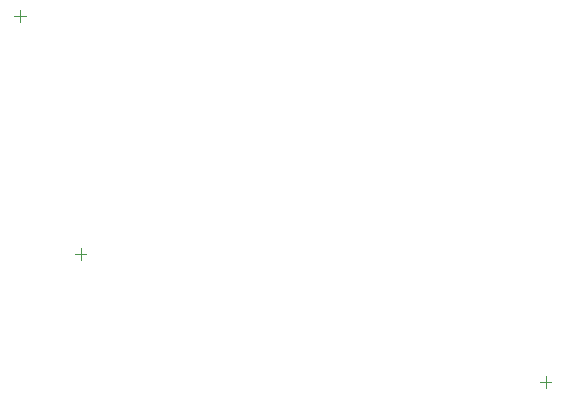
<source format=gbr>
G04*
G04 #@! TF.GenerationSoftware,Altium Limited,Altium Designer,25.8.1 (18)*
G04*
G04 Layer_Color=0*
%FSLAX25Y25*%
%MOIN*%
G70*
G04*
G04 #@! TF.SameCoordinates,A86E57CF-C6E6-4710-AEDF-4A901DF70E31*
G04*
G04*
G04 #@! TF.FilePolarity,Positive*
G04*
G01*
G75*
%ADD76C,0.00394*%
D76*
X26108Y99794D02*
X30045D01*
X28077Y97825D02*
Y101762D01*
X5906Y179134D02*
X9843D01*
X7874Y177165D02*
Y181102D01*
X181103Y57087D02*
X185039D01*
X183071Y55118D02*
Y59055D01*
M02*

</source>
